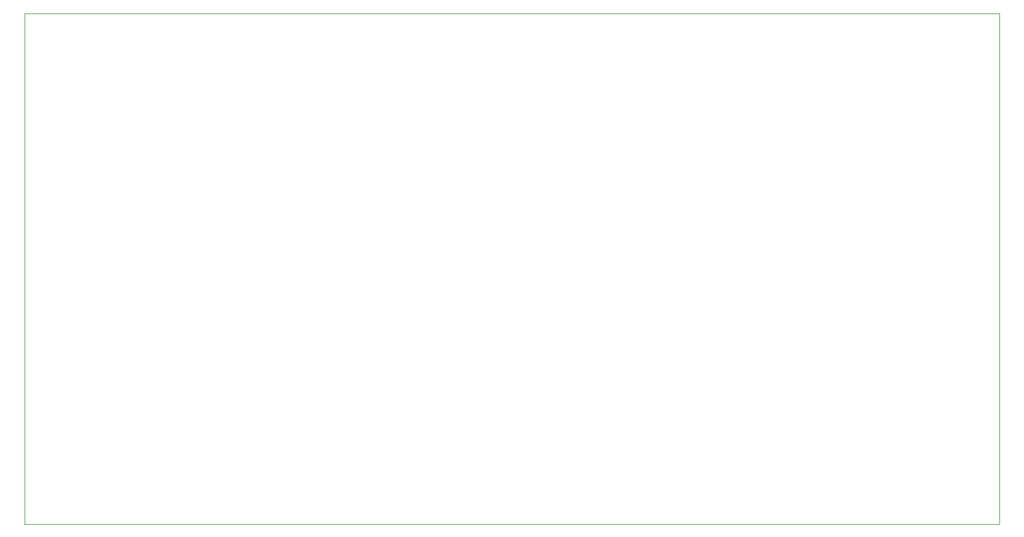
<source format=gbr>
%TF.GenerationSoftware,KiCad,Pcbnew,(6.0.0)*%
%TF.CreationDate,2022-01-12T02:58:20-05:00*%
%TF.ProjectId,klxecu,6b6c7865-6375-42e6-9b69-6361645f7063,rev?*%
%TF.SameCoordinates,Original*%
%TF.FileFunction,Profile,NP*%
%FSLAX46Y46*%
G04 Gerber Fmt 4.6, Leading zero omitted, Abs format (unit mm)*
G04 Created by KiCad (PCBNEW (6.0.0)) date 2022-01-12 02:58:20*
%MOMM*%
%LPD*%
G01*
G04 APERTURE LIST*
%TA.AperFunction,Profile*%
%ADD10C,0.100000*%
%TD*%
G04 APERTURE END LIST*
D10*
X22860000Y-18034000D02*
X163830000Y-18034000D01*
X163830000Y-18034000D02*
X163830000Y-91948000D01*
X163830000Y-91948000D02*
X22860000Y-91948000D01*
X22860000Y-91948000D02*
X22860000Y-18034000D01*
M02*

</source>
